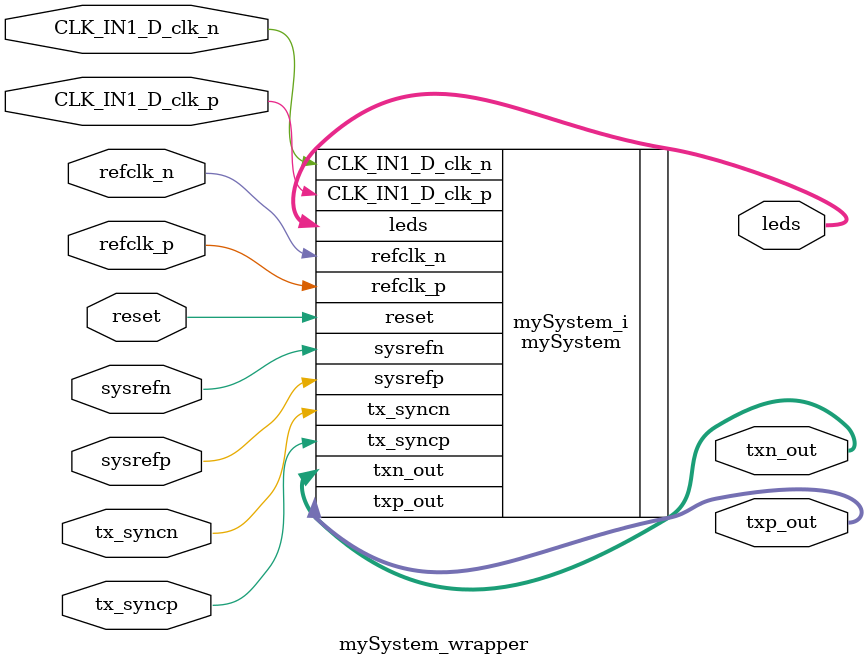
<source format=v>
`timescale 1 ps / 1 ps

module mySystem_wrapper
   (CLK_IN1_D_clk_n,
    CLK_IN1_D_clk_p,
    leds,
    refclk_n,
    refclk_p,
    reset,
    sysrefn,
    sysrefp,
    tx_syncn,
    tx_syncp,
    txn_out,
    txp_out);
  input CLK_IN1_D_clk_n;
  input CLK_IN1_D_clk_p;
  output [7:0]leds;
  input refclk_n;
  input refclk_p;
  input reset;
  input sysrefn;
  input sysrefp;
  input tx_syncn;
  input tx_syncp;
  output [7:0]txn_out;
  output [7:0]txp_out;

  wire CLK_IN1_D_clk_n;
  wire CLK_IN1_D_clk_p;
  wire [7:0]leds;
  wire refclk_n;
  wire refclk_p;
  wire reset;
  wire sysrefn;
  wire sysrefp;
  wire tx_syncn;
  wire tx_syncp;
  wire [7:0]txn_out;
  wire [7:0]txp_out;

  mySystem mySystem_i
       (.CLK_IN1_D_clk_n(CLK_IN1_D_clk_n),
        .CLK_IN1_D_clk_p(CLK_IN1_D_clk_p),
        .leds(leds),
        .refclk_n(refclk_n),
        .refclk_p(refclk_p),
        .reset(reset),
        .sysrefn(sysrefn),
        .sysrefp(sysrefp),
        .tx_syncn(tx_syncn),
        .tx_syncp(tx_syncp),
        .txn_out(txn_out),
        .txp_out(txp_out));
endmodule

</source>
